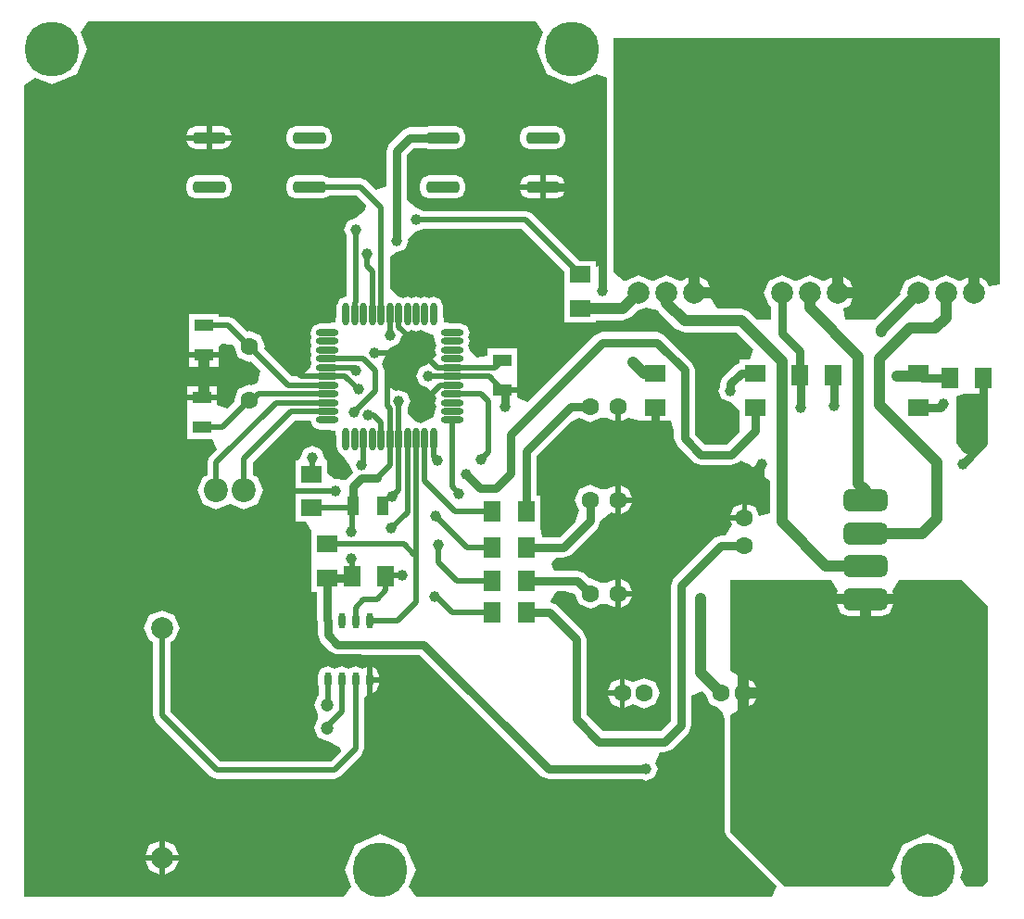
<source format=gtl>
%FSTAX24Y24*%
%MOIN*%
%SFA1B1*%

%IPPOS*%
%AMD12*
4,1,8,-0.049200,-0.019700,0.049200,-0.019700,0.059000,-0.009900,0.059000,0.009900,0.049200,0.019700,-0.049200,0.019700,-0.059000,0.009900,-0.059000,-0.009900,-0.049200,-0.019700,0.0*
1,1,0.019600,-0.049200,-0.009900*
1,1,0.019600,0.049200,-0.009900*
1,1,0.019600,0.049200,0.009900*
1,1,0.019600,-0.049200,0.009900*
%
%AMD18*
4,1,8,-0.059000,-0.039300,0.059000,-0.039300,0.078700,-0.019600,0.078700,0.019600,0.059000,0.039300,-0.059000,0.039300,-0.078700,0.019600,-0.078700,-0.019600,-0.059000,-0.039300,0.0*
1,1,0.039400,-0.059000,-0.019600*
1,1,0.039400,0.059000,-0.019600*
1,1,0.039400,0.059000,0.019600*
1,1,0.039400,-0.059000,0.019600*
%
%ADD10R,0.074800X0.059100*%
%ADD11R,0.059100X0.074800*%
G04~CAMADD=12~8~0.0~0.0~1181.0~394.0~98.0~0.0~15~0.0~0.0~0.0~0.0~0~0.0~0.0~0.0~0.0~0~0.0~0.0~0.0~180.0~1180.0~393.0*
%ADD12D12*%
%ADD13O,0.023600X0.080700*%
%ADD14O,0.080700X0.023600*%
%ADD15R,0.066900X0.043300*%
%ADD16R,0.043300X0.066900*%
%ADD17O,0.023600X0.057100*%
G04~CAMADD=18~8~0.0~0.0~1575.0~787.0~197.0~0.0~15~0.0~0.0~0.0~0.0~0~0.0~0.0~0.0~0.0~0~0.0~0.0~0.0~180.0~1574.0~786.0*
%ADD18D18*%
%ADD19C,0.019700*%
%ADD20C,0.029500*%
%ADD21C,0.039400*%
%ADD22C,0.078700*%
%ADD23C,0.063000*%
%ADD24C,0.086600*%
%ADD25C,0.047200*%
%ADD26C,0.196900*%
%ADD27C,0.039400*%
%LNpcb181216ver1-1*%
%LPD*%
G36*
X019635Y032087D02*
X019391Y031496D01*
X019765Y030592*
X020669Y030218*
X021573Y030592*
X021952Y030478*
Y024685*
Y023956*
X021559Y023647*
X021549Y023649*
Y023876*
X020938*
X019233Y02558*
X019007Y025674*
X015336*
X015079Y02578*
X014743Y026068*
Y02768*
X014999Y027936*
X015427*
X015536Y027891*
X01652*
X016746Y027985*
X01684Y028211*
Y028407*
X016746Y028633*
X01652Y028727*
X015536*
X015427Y028682*
X014844*
X014581Y028573*
X014106Y028098*
X013997Y027835*
Y026575*
X013633Y026425*
X013295Y026763*
X013069Y026857*
X011948*
X011946Y026862*
X01172Y026955*
X010736*
X01051Y026862*
X010416Y026636*
Y026439*
X01051Y026213*
X010736Y026119*
X01172*
X011946Y026213*
X011948Y026218*
X012937*
X013282Y025872*
X013254Y025709*
X012913Y025426*
X012674Y025327*
X012612Y025301*
X012487Y025*
X012574Y02479*
Y022608*
X012553Y022594*
X012312Y022494*
X012261Y022371*
X012212Y022253*
Y022003*
X012174Y021677*
X011849Y021639*
X011598*
X011357Y021539*
X011258Y021298*
X011323Y021141*
X011258Y020983*
X011323Y020826*
X011258Y020668*
X011323Y020511*
X011258Y020353*
X011323Y020196*
X011258Y020038*
X010981Y019749*
X010578Y019746*
X009602Y020722*
X009632Y020794*
X00947Y021186*
X009078Y021348*
X009006Y021319*
X008544Y021781*
X008318Y021874*
X007959*
Y021968*
X006896*
Y021299*
Y021141*
Y020905*
Y020748*
Y02059*
X007428*
Y020492*
Y02059*
X007959*
Y020813*
X008061Y020905*
X008454Y020878*
X008524Y020794*
X008686Y020403*
X009078Y020241*
X00915Y02027*
X009486Y019935*
X009369Y019497*
X009129Y019406*
X009078Y019427*
X008686Y019265*
X008524Y018873*
X008545Y018823*
X008281Y01856*
X007909Y018713*
Y018856*
X006846*
Y018699*
Y018541*
Y018305*
Y018148*
Y017478*
X007729*
X007893Y017085*
X007652Y016844*
X007558Y016618*
Y016173*
X007396Y016105*
X007196Y015623*
X007396Y015141*
X007878Y014941*
X00836Y015141*
X008396*
X008878Y014941*
X00936Y015141*
X00956Y015623*
X00936Y016105*
X009198Y016173*
Y01662*
X010722Y018144*
X011259*
X011357Y017907*
X011598Y017808*
X011849*
X012174Y017769*
X012212Y017444*
Y017194*
X012312Y016953*
X012413Y016911*
X012684Y016535*
X012793Y016273*
X012533Y016013*
X012136Y016036*
X01187Y016214*
Y016693*
X011844*
X011765Y016811*
X011666Y01705*
X01164Y017112*
X011339Y017237*
X0111Y017138*
X011037Y017112*
X010912Y016811*
X010834Y016693*
X010728*
Y015709*
Y015472*
Y014488*
X011111*
X011307Y014176*
Y013191*
Y012955*
Y012798*
Y011971*
X011505*
Y010965*
X011524Y010919*
Y010426*
X011633Y010162*
X01198Y009815*
X012244Y009706*
X0152*
X019579Y005327*
X019843Y005218*
X023218*
X023346Y005164*
X023648Y005289*
X023773Y005591*
X023682Y005808*
X023852Y006202*
X024016*
X024279Y006311*
X02487Y006902*
X024979Y007165*
Y008225*
X025373Y008388*
X025521Y00824*
X025649Y007932*
X025872Y007839*
X025874Y007838*
X026081Y007651*
X026165Y007406*
Y00689*
Y003346*
X026227Y003196*
X028045Y001378*
X027882Y000984*
X015076*
X014813Y001378*
X015058Y001969*
X014684Y002872*
X01378Y003247*
X012876Y002872*
X012501Y001969*
X012746Y001378*
X012483Y000984*
X000984*
Y030199*
X001378Y030462*
X001969Y030218*
X002872Y030592*
X003247Y031496*
X003002Y032087*
X003265Y03248*
X019372*
X019635Y032087*
G37*
G36*
X036063Y023038D02*
X035669Y02296D01*
X03558Y023175*
X035325Y023281*
Y022723*
X034931*
Y023281*
X034676Y023175*
X03458*
X034128Y023362*
X033676Y023175*
X03358*
X033128Y023362*
X032676Y023175*
X032489Y022723*
X032499Y022697*
X031574Y021772*
X030503*
X030424Y022165*
X03068Y022271*
X030786Y022526*
X030228*
Y022723*
X030031*
Y023281*
X029776Y023175*
X02968*
X029228Y023362*
X028776Y023175*
X02868*
X028228Y023362*
X027776Y023175*
X027589Y022723*
X027776Y022271*
X027855Y022238*
Y021772*
X027335*
X027073Y022034*
X026772Y022158*
X025909*
X025663Y022526*
X025078*
Y022723*
X024881*
Y023281*
X024626Y023175*
X02453*
X024078Y023362*
X023626Y023175*
X02353*
X023078Y023362*
X022626Y023175*
X022529Y023156*
X022165Y023464*
Y024685*
Y03189*
X036063*
Y023038*
G37*
G36*
X015388Y021341D02*
X015721Y021191D01*
X015746Y020983*
X015811Y020826*
X015746Y020668*
X015811Y020511*
X01579Y020461*
X015512Y020151*
X015273Y020052*
X01521Y020026*
X015086Y019724*
X01521Y019423*
X015512Y019298*
X01579Y018987*
X015811Y018936*
X015746Y018778*
X015811Y018621*
X015746Y018463*
X015721Y018256*
X015388Y018105*
X01523Y01804*
X015073Y018105*
X014763Y018402*
Y018547*
X014849Y018756*
X014875Y018819*
X01475Y01912*
X014449Y019245*
X014328Y019195*
X013942Y019429*
Y019921*
X013848Y020147*
X013867Y020243*
X013884Y02025*
X013968Y020453*
X013583*
Y02065*
X014069*
X014134Y020755*
X014248Y020802*
X014435Y02088*
X01456Y021181*
X014896Y021398*
X014915Y021406*
X015073Y021341*
X01523Y021406*
X015388Y021341*
G37*
G36*
X022426Y01811D02*
X02272Y018232D01*
X023107Y018138*
Y018121*
X02358*
Y018613*
X023776*
Y018121*
X024249*
X024352Y01777*
Y01748*
X024461Y017217*
X025051Y016626*
X025315Y016517*
X026406*
X02667Y016626*
X02673Y016686*
X027118Y016517*
X027193Y016336*
X027218Y016273*
X027421Y016189*
Y016575*
X027618*
Y016083*
X027802Y01596*
Y014785*
X027409Y014707*
X027281Y015014*
X026988Y015135*
Y014622*
X02689*
Y014524*
X026377*
X026432Y014389*
X026219Y013995*
X026024*
X02576Y013886*
X025Y013126*
X024343Y012468*
X024233Y012205*
Y00732*
X023861Y006948*
X021808*
X0212Y007556*
Y010276*
X02109Y010539*
X020143Y011487*
X019918Y01158*
X019902Y011623*
X020106Y011975*
X020135Y012*
X02041*
X020774Y01191*
X020936Y011519*
X021328Y011356*
X021457Y01141*
X02172Y011519*
X021936*
X02223Y011397*
Y01191*
Y012424*
X021936Y012302*
X021805*
X02172*
X021328Y012464*
X021309Y012457*
X021129Y012637*
X020865Y012746*
X020038*
X019924Y012973*
X019993Y013111*
X020099Y0132*
X020384*
X020648Y01331*
X021457Y014118*
X021592Y014253*
X021701Y014517*
X021993Y014761*
X022095Y014816*
X02223Y01476*
Y015273*
Y015786*
X021936Y015665*
X021805*
X02172*
X021328Y015827*
X020936Y015665*
X020774Y015273*
X020936Y014882*
X020797Y014513*
X02023Y013946*
X019621*
X01953Y014302*
Y014538*
Y015444*
X019411*
Y016876*
X020594Y018059*
X020936Y018232*
X021328Y018069*
X021457Y018123*
X02172Y018232*
X021936*
X02223Y01811*
Y018623*
X022426*
Y01811*
G37*
G36*
X020407Y023502D02*
Y023049D01*
Y022891*
Y022655*
Y021671*
X021549*
Y021737*
X022518*
X022819Y021862*
X023052Y022095*
X023078Y022084*
X023347Y022196*
X023764Y022081*
X023814Y02204*
X024423Y021431*
X024724Y021306*
X026595*
X027212Y020689*
X027061Y020326*
X026707*
Y020183*
X026499Y020097*
X026114Y019712*
X026005Y019449*
Y019341*
X025952Y019213*
X026077Y018911*
X026139Y018885*
X026378Y018786*
X026693Y018509*
X026707Y018121*
X026716Y017727*
X026252Y017263*
X025469*
X025097Y017635*
Y019961*
X024988Y020224*
X024004Y021209*
X02374Y021318*
X021772*
X021508Y021209*
X019086Y018786*
X018709Y018967*
Y019143*
X018178*
Y01934*
X018709*
Y019655*
Y019891*
Y020049*
Y020718*
X017646*
Y020457*
X017253Y020402*
X016998Y020668*
X016933Y020826*
X016998Y020983*
X016933Y021141*
X016998Y021298*
X016899Y021539*
X016657Y021639*
X016407*
X016082Y021677*
X016044Y022003*
Y022253*
X015944Y022494*
X015703Y022594*
X015545Y022528*
X015388Y022594*
X01523Y022528*
X015073Y022594*
X014915Y022528*
X014758Y022594*
X0146Y022528*
X014443Y022594*
X014133Y02289*
Y024021*
X01437Y02418*
X014671Y024305*
X014796Y024606*
X01479Y024622*
X015014Y024891*
X015079Y024928*
X015336Y025035*
X018875*
X020407Y023502*
G37*
G36*
X035433Y017315D02*
Y0172D01*
X035104Y016932*
X034884Y016935*
X034724Y017001*
X034516Y017341*
Y018735*
Y018988*
X03476Y019102*
X034996*
X035433*
Y017315*
G37*
G36*
X03563Y011457D02*
Y010472D01*
Y001575*
X035433Y001378*
X034853*
X034634Y001705*
X034743Y001969*
X034369Y002872*
X033465Y003247*
X032561Y002872*
X032186Y001969*
X032295Y001705*
X032076Y001378*
X028346*
X026378Y003346*
Y00689*
Y00753*
X026631Y007699*
Y008323*
Y008948*
X026378Y009117*
Y012402*
X030014*
X030253Y012008*
X030211Y011908*
X031228*
X032245*
X032203Y012008*
X032442Y012402*
X034685*
X03563Y011457*
G37*
%LNpcb181216ver1-2*%
%LPC*%
G36*
X00812Y028727D02*
X007726D01*
Y028407*
X00844*
X008346Y028633*
X00812Y028727*
G37*
G36*
X00753D02*
X007136D01*
X00691Y028633*
X006816Y028407*
X00753*
Y028727*
G37*
G36*
X02012D02*
X019136D01*
X01891Y028633*
X018816Y028407*
Y028211*
X01891Y027985*
X019136Y027891*
X02012*
X020346Y027985*
X02044Y028211*
Y028407*
X020346Y028633*
X02012Y028727*
G37*
G36*
X01172D02*
X010736D01*
X01051Y028633*
X010416Y028407*
Y028211*
X01051Y027985*
X010736Y027891*
X01172*
X011946Y027985*
X01204Y028211*
Y028407*
X011946Y028633*
X01172Y028727*
G37*
G36*
X00844Y028211D02*
X007726D01*
Y027891*
X00812*
X008346Y027985*
X00844Y028211*
G37*
G36*
X00753D02*
X006816D01*
X00691Y027985*
X007136Y027891*
X00753*
Y028211*
G37*
G36*
X02012Y026955D02*
X019726D01*
Y026636*
X02044*
X020346Y026862*
X02012Y026955*
G37*
G36*
X01953D02*
X019136D01*
X01891Y026862*
X018816Y026636*
X01953*
Y026955*
G37*
G36*
X02044Y026439D02*
X019726D01*
Y026119*
X02012*
X020346Y026213*
X02044Y026439*
G37*
G36*
X01953D02*
X018816D01*
X01891Y026213*
X019136Y026119*
X01953*
Y026439*
G37*
G36*
X01652Y026955D02*
X015536D01*
X01531Y026862*
X015216Y026636*
Y026439*
X01531Y026213*
X015536Y026119*
X01652*
X016746Y026213*
X01684Y026439*
Y026636*
X016746Y026862*
X01652Y026955*
G37*
G36*
X00812D02*
X007136D01*
X00691Y026862*
X006816Y026636*
Y026439*
X00691Y026213*
X007136Y026119*
X00812*
X008346Y026213*
X00844Y026439*
Y026636*
X008346Y026862*
X00812Y026955*
G37*
G36*
X007959Y020393D02*
X007526D01*
Y020078*
X007959*
Y020393*
G37*
G36*
X00733D02*
X006896D01*
Y020078*
X00733*
Y020393*
G37*
G36*
X007909Y019368D02*
X007476D01*
Y019053*
X007909*
Y019368*
G37*
G36*
X00728D02*
X006846D01*
Y019053*
X00728*
Y019368*
G37*
G36*
X013495Y009268D02*
Y008899D01*
X013738*
Y008968*
X013638Y009209*
X01352Y009258*
X013495Y009268*
G37*
G36*
X013738Y008702D02*
X013495D01*
Y008333*
X013638Y008392*
X013738Y008633*
Y008702*
G37*
G36*
X005928Y011312D02*
X005476Y011125D01*
X005289Y010673*
X005476Y010221*
X005608Y010166*
Y007537*
X005702Y007311*
X007687Y005325*
X007913Y005232*
X012126*
X012352Y005325*
X013123Y006096*
X013217Y006322*
Y008172*
X013299Y008226*
Y0088*
Y009271*
X013147Y009212*
X012897Y009309*
X012647Y009212*
X012397Y009309*
X012147Y009212*
X011897Y009309*
X011656Y009209*
X011556Y008968*
Y008633*
X011577Y008582*
Y008231*
X011546Y008218*
X011409Y007887*
X011546Y007555*
Y007391*
X011423Y007092*
X011409Y00706*
X011546Y006728*
X011878Y006591*
X011891Y006597*
X012345Y006358*
X012369Y006246*
X011994Y005871*
X008046*
X006248Y007669*
Y010166*
X00638Y010221*
X006567Y010673*
X00638Y011125*
X005928Y011312*
G37*
G36*
X006026Y003004D02*
Y002504D01*
X006526*
X00638Y002858*
X006026Y003004*
G37*
G36*
X00583D02*
X005476Y002858D01*
X00533Y002504*
X00583*
Y003004*
G37*
G36*
X006526Y002307D02*
X006026D01*
Y001807*
X00638Y001954*
X006526Y002307*
G37*
G36*
X00583D02*
X00533D01*
X005476Y001954*
X00583Y001807*
Y002307*
G37*
G36*
X030425Y023281D02*
Y02292D01*
X030786*
X03068Y023175*
X030425Y023281*
G37*
G36*
X025275D02*
Y02292D01*
X025636*
X02553Y023175*
X025275Y023281*
G37*
G36*
X022426Y015786D02*
Y015372D01*
X022841*
X02272Y015665*
X022426Y015786*
G37*
G36*
X022841Y015175D02*
X022426D01*
Y01476*
X02272Y014882*
X022841Y015175*
G37*
G36*
X026791Y015135D02*
X026498Y015014D01*
X026377Y01472*
X026791*
Y015135*
G37*
G36*
X022426Y012424D02*
Y012009D01*
X022841*
X02272Y012302*
X022426Y012424*
G37*
G36*
X022841Y011812D02*
X022426D01*
Y011397*
X02272Y011519*
X022841Y011812*
G37*
G36*
X023278Y008877D02*
X022886Y008715D01*
X022882*
X022589Y008836*
Y008323*
Y00781*
X022882Y007932*
X022886*
X023278Y007769*
X02367Y007932*
X023832Y008323*
X02367Y008715*
X023278Y008877*
G37*
G36*
X022392Y008836D02*
X022099Y008715D01*
X021977Y008422*
X022392*
Y008836*
G37*
G36*
Y008225D02*
X021977D01*
X022099Y007932*
X022392Y00781*
Y008225*
G37*
G36*
X032245Y011514D02*
X031425D01*
Y011088*
X031818*
X03212Y011213*
X032245Y011514*
G37*
G36*
X031031D02*
X030211D01*
X030336Y011213*
X030637Y011088*
X031031*
Y011514*
G37*
G36*
X027025Y008796D02*
Y00852D01*
X0273*
X02722Y008715*
X027025Y008796*
G37*
G36*
X0273Y008126D02*
X027025D01*
Y007851*
X02722Y007932*
X0273Y008126*
G37*
%LNpcb181216ver1-3*%
%LPD*%
G54D10*
X023678Y018613D03*
Y019833D03*
X020978Y023383D03*
Y022163D03*
X033128Y018613D03*
Y019833D03*
X027278Y018613D03*
Y019833D03*
X011299Y016201D03*
Y01498D03*
X011878Y013683D03*
Y012463D03*
G54D11*
X035488Y019673D03*
X034268D03*
X030088Y019755D03*
X028868D03*
X017818Y014873D03*
X019038D03*
X017818Y013573D03*
X019038D03*
X017818Y012373D03*
X019038D03*
X017818Y011223D03*
X019038D03*
X013988Y012523D03*
X012768D03*
G54D12*
X011228Y028309D03*
Y026537D03*
X007628Y028309D03*
Y026537D03*
X016028D03*
Y028309D03*
X019628Y026537D03*
Y028309D03*
G54D13*
X012553Y021967D03*
X012868D03*
X013183D03*
X013498D03*
X013813D03*
X014128D03*
X014443D03*
X014758D03*
X015073D03*
X015388D03*
X015703D03*
Y017479D03*
X015388D03*
X015073D03*
X014758D03*
X014443D03*
X014128D03*
X013813D03*
X013498D03*
X013183D03*
X012868D03*
X012553D03*
G54D14*
X016372Y021298D03*
Y020983D03*
Y020668D03*
Y020353D03*
Y020038D03*
Y019723D03*
Y019408D03*
Y019093D03*
Y018778D03*
Y018463D03*
Y018148D03*
X011884D03*
Y018463D03*
Y018778D03*
Y019093D03*
Y019408D03*
Y019723D03*
Y020038D03*
Y020353D03*
Y020668D03*
Y020983D03*
Y021298D03*
G54D15*
X007378Y017892D03*
Y018955D03*
X007428Y021555D03*
Y020492D03*
X018178Y020305D03*
Y019242D03*
G54D16*
X012796Y015052D03*
X013859D03*
G54D17*
X011897Y0088D03*
X012397D03*
X012897D03*
X013397D03*
X011897Y010946D03*
X012397D03*
X012897D03*
X013397D03*
G54D18*
X031228Y012911D03*
Y011711D03*
Y014073D03*
Y015273D03*
G54D19*
X014411Y010946D02*
X015073Y011608D01*
X014443Y021502D02*
X014764Y021181D01*
X014443Y021502D02*
Y021967D01*
X015591Y019055D02*
X015944Y019408D01*
X016372*
X015512Y020354D02*
X015828Y020038D01*
X016372*
X014128Y021187D02*
X014134Y021181D01*
X014128Y021187D02*
Y021967D01*
X011884Y019723D02*
X012521D01*
X012992Y019252*
X013346Y018346D02*
X013543D01*
X013813Y017479D02*
Y018077D01*
X013543Y018346D02*
X013813Y018077D01*
X015513Y019723D02*
X016372D01*
X015512Y019724D02*
X015513Y019723D01*
X014443Y018813D02*
X014449Y018819D01*
X014443Y017479D02*
Y018813D01*
X011884Y020038D02*
X012913D01*
Y019921D02*
D01*
Y020038*
D01*
X013163Y017459D02*
X013183Y017479D01*
X013163Y016589D02*
Y017459D01*
X01311Y016535D02*
X013163Y016589D01*
X011299Y016201D02*
X011339Y01624D01*
Y016811*
X012835Y018425D02*
X013622Y019213D01*
Y019921*
X01319Y020353D02*
X013622Y019921D01*
X011884Y020353D02*
X01319D01*
X012868Y021967D02*
X012888Y021987D01*
Y022375*
X012894Y022381*
Y02498*
X012913Y025*
X015079Y025354D02*
X019007D01*
X020978Y023383*
X016372Y020038D02*
X017911D01*
X018178Y020305*
X016372Y019723D02*
X017696D01*
X018178Y019242*
X013498Y021967D02*
Y023504D01*
X013307Y023695D02*
X013498Y023504D01*
X013307Y023695D02*
Y024134D01*
X014758Y014837D02*
Y017479D01*
X015073Y011608D02*
Y017479D01*
X015388Y015951D02*
X016465Y014873D01*
X015388Y015951D02*
Y017479D01*
X014173Y014252D02*
X014758Y014837D01*
X014266Y015459D02*
X014443Y015636D01*
X010709Y015591D02*
X012165D01*
X010394Y015276D02*
X010709Y015591D01*
X010394Y010236D02*
Y015276D01*
Y010236D02*
X010984Y009646D01*
X013071*
X013397Y00932*
Y0088D02*
Y00932D01*
X005928Y007537D02*
Y010673D01*
Y007537D02*
X007913Y005551D01*
X012126*
X012897Y006322*
Y0088*
X010038Y018778D02*
X011884D01*
X007878Y016618D02*
X010038Y018778D01*
X007878Y015623D02*
Y016618D01*
X010589Y018463D02*
X011884D01*
X008878Y016752D02*
X010589Y018463D01*
X008878Y015623D02*
Y016752D01*
X014128Y01653D02*
Y017479D01*
X013661Y016063D02*
X014128Y01653D01*
X015748Y01185D02*
X016375Y011223D01*
X016372Y019093D02*
X017403D01*
X017677Y018819*
Y017008D02*
Y018819D01*
X017402Y016732D02*
X017677Y017008D01*
X015748Y011811D02*
Y01185D01*
X016375Y011223D02*
X017818D01*
X016372Y015754D02*
Y018148D01*
Y015754D02*
X016614Y015512D01*
X015866Y013032D02*
Y013661D01*
Y013032D02*
X016524Y012373D01*
X017818*
X013988Y012523D02*
X014024Y012559D01*
X014567*
X015703Y016817D02*
Y017479D01*
Y016817D02*
X015827Y016693D01*
X015787Y014685D02*
X016899Y013573D01*
X017818*
X016465Y014873D02*
X017818D01*
X011878Y013683D02*
X014624D01*
X015Y013307*
X013397Y010946D02*
X014411D01*
X013988Y01202D02*
Y012523D01*
X013661Y011693D02*
X013988Y01202D01*
X013189Y011693D02*
X013661D01*
X012897Y011401D02*
X013189Y011693D01*
X012897Y010946D02*
Y011401D01*
X011878Y007887D02*
X011897Y007906D01*
Y0088*
X011878Y00706D02*
Y007123D01*
X012409Y007654*
Y008788*
X012397Y0088D02*
X012409Y008788D01*
X005928Y002406D02*
X011067D01*
X013397Y004736*
Y0088*
X011228Y026537D02*
X013069D01*
X013813Y025793*
Y021967D02*
Y025793D01*
X010946Y019723D02*
X011884D01*
X010354Y020315D02*
X010946Y019723D01*
X010354Y020315D02*
Y021811D01*
X008819Y023346D02*
X010354Y021811D01*
X005866Y023346D02*
X008819D01*
X004921Y022402D02*
X005866Y023346D01*
X004921Y020512D02*
Y022402D01*
Y020512D02*
X005685Y019748D01*
X007428*
X008096Y017892D02*
X009078Y018873D01*
X007378Y017892D02*
X008096D01*
X008318Y021555D02*
X009078Y020794D01*
X007428Y021555D02*
X008318D01*
X010464Y019408D02*
X011884D01*
X009078Y020794D02*
X010464Y019408D01*
X009408Y019093D02*
X011884D01*
X009188Y018873D02*
X009408Y019093D01*
X009078Y018873D02*
X009188D01*
X014443Y015636D02*
Y017479D01*
X011299Y01498D02*
X012724D01*
X012757Y015013*
X012756Y014095D02*
X012757Y014093D01*
X012756Y014095D02*
Y014134D01*
Y01315D02*
X012768Y013138D01*
Y012523D02*
Y013138D01*
X012757Y014093D02*
Y015013D01*
X014128Y017479D02*
Y018555D01*
X014035Y018648D02*
X014128Y018555D01*
X014035Y018648D02*
Y019547D01*
X014173Y019685*
G54D20*
X018178Y019242D02*
X018268Y019152D01*
Y018622D02*
Y019152D01*
X021772Y022795D02*
Y025591D01*
X020825Y026537D02*
X021772Y025591D01*
X019628Y026537D02*
X020825D01*
X033928Y018613D02*
X034055Y01874D01*
X033128Y018613D02*
X033928D01*
X034724Y016575D02*
X035488Y017339D01*
Y019673*
X028868Y019755D02*
X028898Y019725D01*
Y018583D02*
Y019725D01*
X026378Y019213D02*
Y019449D01*
X026763Y019833*
X027278*
X030088Y019755D02*
X030118Y019725D01*
Y018661D02*
Y019725D01*
X027283Y016339D02*
X02752Y016575D01*
X024646Y016339D02*
X027283D01*
X023678Y017306D02*
X024646Y016339D01*
X023678Y017306D02*
Y018613D01*
X01689Y016181D02*
X017362Y015709D01*
X017953*
X018465Y01622*
Y017638*
X021772Y020945*
X02374*
X024724Y019961*
Y01748D02*
Y019961D01*
Y01748D02*
X025315Y01689D01*
X026406*
X027278Y017761*
X01437Y024606D02*
Y027835D01*
X014844Y028309*
X016028*
X019843Y005591D02*
X023346D01*
X015354Y010079D02*
X019843Y005591D01*
X012244Y010079D02*
X015354D01*
X011897Y010426D02*
X012244Y010079D01*
X011897Y010426D02*
Y010946D01*
X01311Y016063D02*
X013661D01*
X012796Y015749D02*
X01311Y016063D01*
X012796Y015052D02*
Y015749D01*
X033128Y019833D02*
X033288Y019673D01*
X034268*
X028228Y02126D02*
Y022723D01*
Y02126D02*
X028868Y02062D01*
Y019755D02*
Y02062D01*
X012757Y015013D02*
X012796Y015052D01*
X011878Y010965D02*
X011897Y010946D01*
X011878Y010965D02*
Y012463D01*
X012707D02*
X012768Y012523D01*
X011878Y012463D02*
X012707D01*
X027278Y017761D02*
Y018613D01*
X024606Y012205D02*
X026024Y013622D01*
X024606Y007165D02*
Y012205D01*
X024016Y006575D02*
X024606Y007165D01*
X021654Y006575D02*
X024016D01*
X020827Y007402D02*
X021654Y006575D01*
X020827Y007402D02*
Y010276D01*
X019879Y011223D02*
X020827Y010276D01*
X019038Y011223D02*
X019879D01*
X020631Y018623D02*
X021328D01*
X019038Y01703D02*
X020631Y018623D01*
X019038Y014873D02*
Y01703D01*
X021328Y014517D02*
Y015273D01*
X020384Y013573D02*
X021328Y014517D01*
X019038Y013573D02*
X020384D01*
X020865Y012373D02*
X021328Y01191D01*
X019038Y012373D02*
X020865D01*
X026024Y013622D02*
X02689D01*
G54D21*
X022874Y020236D02*
X023277Y019833D01*
X023678*
X025315Y009049D02*
Y011732D01*
Y009049D02*
X026041Y008323D01*
X033019Y019724D02*
X033128Y019833D01*
X032362Y019724D02*
X033019D01*
X031811Y021339D02*
Y021406D01*
X033128Y022723*
X029228Y022189D02*
Y022723D01*
Y022189D02*
X030984Y020433D01*
Y015866D02*
Y020433D01*
Y015866D02*
X031228Y015622D01*
Y015273D02*
Y015622D01*
X034128Y021844D02*
Y022723D01*
X03374Y021457D02*
X034128Y021844D01*
X032835Y021457D02*
X03374D01*
X031732Y020354D02*
X032835Y021457D01*
X031732Y018701D02*
Y020354D01*
Y018701D02*
X033819Y016614D01*
Y014606D02*
Y016614D01*
X033286Y014073D02*
X033819Y014606D01*
X031228Y014073D02*
X033286D01*
X024078Y022379D02*
Y022723D01*
Y022379D02*
X024724Y021732D01*
X026772*
X028228Y020276*
Y014488D02*
Y020276D01*
Y014488D02*
X029806Y012911D01*
X031228*
X022518Y022163D02*
X023078Y022723D01*
X020978Y022163D02*
X022518D01*
X007428Y019748D02*
Y020492D01*
Y019005D02*
Y019748D01*
X007378Y018955D02*
X007428Y019005D01*
G54D22*
X025078Y022723D03*
X024078D03*
X023078D03*
X035128D03*
X034128D03*
X033128D03*
X030228D03*
X029228D03*
X028228D03*
X005928Y002406D03*
Y010673D03*
G54D23*
X02689Y013622D03*
Y014622D03*
X009078Y018873D03*
Y020794D03*
X021328Y01191D03*
X022328D03*
X021328Y015273D03*
X022328D03*
X021328Y018623D03*
X022328D03*
X026828Y008323D03*
X026041D03*
X023278D03*
X022491D03*
G54D24*
X008878Y015623D03*
X007878D03*
G54D25*
X011878Y007887D03*
Y00706D03*
G54D26*
X001969Y031496D03*
X020669D03*
X01378Y001969D03*
X033465D03*
G54D27*
X018268Y018622D03*
X021772Y022795D03*
X014134Y021181D03*
X012992Y019252D03*
X013346Y018346D03*
X015512Y019724D03*
X014449Y018819D03*
X013583Y020551D03*
X012913Y019921D03*
X034055Y01874D03*
X034724Y016575D03*
X028898Y018583D03*
X026378Y019213D03*
X022874Y020236D03*
X030118Y018661D03*
X02752Y016575D03*
X01311Y016535D03*
X01689Y016181D03*
X025315Y011732D03*
X032362Y019724D03*
X031811Y021339D03*
X011339Y016811D03*
X012835Y018425D03*
X012913Y025D03*
X015079Y025354D03*
X013307Y024134D03*
X01437Y024606D03*
X023346Y005591D03*
X014213Y015394D03*
X012165Y015591D03*
X017402Y016732D03*
X015748Y011811D03*
X016614Y015512D03*
X015866Y013661D03*
X014567Y012559D03*
X014173Y014252D03*
X015827Y016693D03*
X015787Y014685D03*
X012756Y014134D03*
Y01315D03*
M02*
</source>
